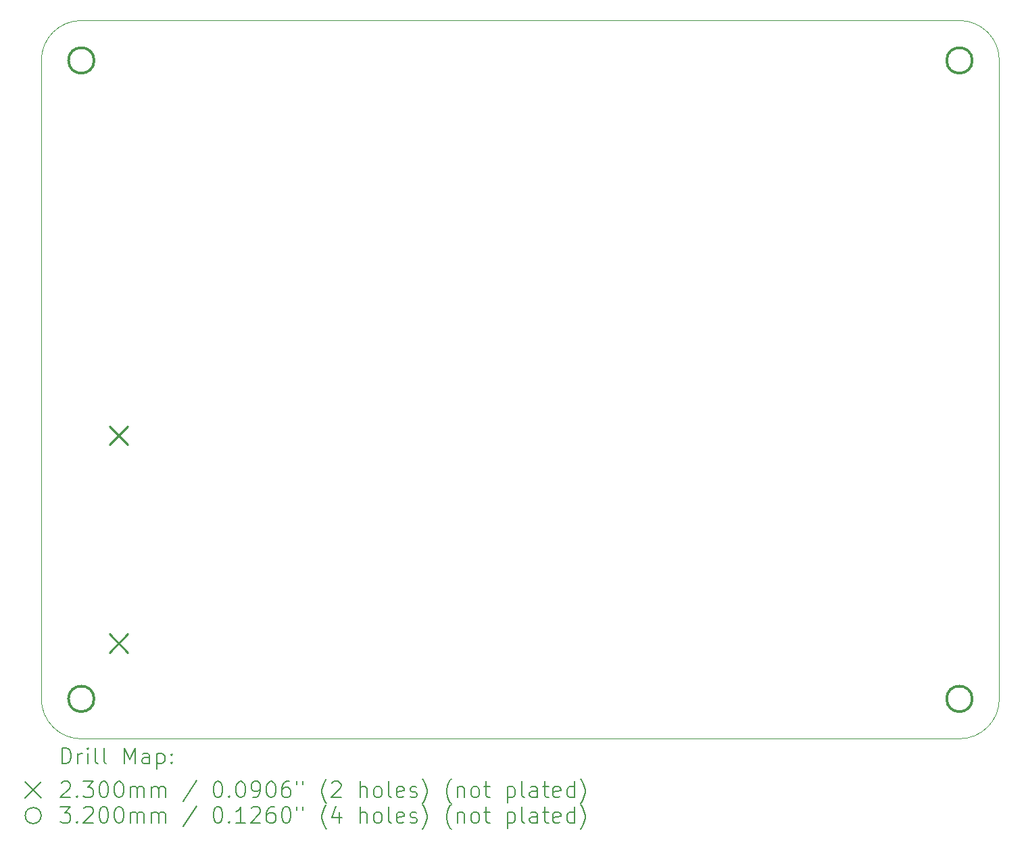
<source format=gbr>
%TF.GenerationSoftware,KiCad,Pcbnew,8.0.3*%
%TF.CreationDate,2024-07-10T23:14:37+09:00*%
%TF.ProjectId,power_24V,706f7765-725f-4323-9456-2e6b69636164,rev?*%
%TF.SameCoordinates,PX5d967f0PY416e000*%
%TF.FileFunction,Drillmap*%
%TF.FilePolarity,Positive*%
%FSLAX45Y45*%
G04 Gerber Fmt 4.5, Leading zero omitted, Abs format (unit mm)*
G04 Created by KiCad (PCBNEW 8.0.3) date 2024-07-10 23:14:37*
%MOMM*%
%LPD*%
G01*
G04 APERTURE LIST*
%ADD10C,0.050000*%
%ADD11C,0.200000*%
%ADD12C,0.230000*%
%ADD13C,0.320000*%
G04 APERTURE END LIST*
D10*
X0Y-500000D02*
X0Y-8500000D01*
X11500000Y0D02*
X500000Y0D01*
X12000000Y-8500000D02*
X12000000Y-500000D01*
X11500000Y-9000000D02*
X500000Y-9000000D01*
X12000000Y-8500000D02*
G75*
G02*
X11500000Y-9000000I-500000J0D01*
G01*
X500000Y-9000000D02*
G75*
G02*
X0Y-8500000I0J500000D01*
G01*
X11500000Y0D02*
G75*
G02*
X12000000Y-500000I0J-500000D01*
G01*
X0Y-500000D02*
G75*
G02*
X500000Y0I500000J0D01*
G01*
D11*
D12*
X850200Y-5087400D02*
X1080200Y-5317400D01*
X1080200Y-5087400D02*
X850200Y-5317400D01*
X850200Y-7687400D02*
X1080200Y-7917400D01*
X1080200Y-7687400D02*
X850200Y-7917400D01*
D13*
X660000Y-500000D02*
G75*
G02*
X340000Y-500000I-160000J0D01*
G01*
X340000Y-500000D02*
G75*
G02*
X660000Y-500000I160000J0D01*
G01*
X660000Y-8500000D02*
G75*
G02*
X340000Y-8500000I-160000J0D01*
G01*
X340000Y-8500000D02*
G75*
G02*
X660000Y-8500000I160000J0D01*
G01*
X11660000Y-500000D02*
G75*
G02*
X11340000Y-500000I-160000J0D01*
G01*
X11340000Y-500000D02*
G75*
G02*
X11660000Y-500000I160000J0D01*
G01*
X11660000Y-8500000D02*
G75*
G02*
X11340000Y-8500000I-160000J0D01*
G01*
X11340000Y-8500000D02*
G75*
G02*
X11660000Y-8500000I160000J0D01*
G01*
D11*
X258277Y-9313984D02*
X258277Y-9113984D01*
X258277Y-9113984D02*
X305896Y-9113984D01*
X305896Y-9113984D02*
X334467Y-9123508D01*
X334467Y-9123508D02*
X353515Y-9142555D01*
X353515Y-9142555D02*
X363039Y-9161603D01*
X363039Y-9161603D02*
X372562Y-9199698D01*
X372562Y-9199698D02*
X372562Y-9228270D01*
X372562Y-9228270D02*
X363039Y-9266365D01*
X363039Y-9266365D02*
X353515Y-9285412D01*
X353515Y-9285412D02*
X334467Y-9304460D01*
X334467Y-9304460D02*
X305896Y-9313984D01*
X305896Y-9313984D02*
X258277Y-9313984D01*
X458277Y-9313984D02*
X458277Y-9180650D01*
X458277Y-9218746D02*
X467801Y-9199698D01*
X467801Y-9199698D02*
X477324Y-9190174D01*
X477324Y-9190174D02*
X496372Y-9180650D01*
X496372Y-9180650D02*
X515420Y-9180650D01*
X582086Y-9313984D02*
X582086Y-9180650D01*
X582086Y-9113984D02*
X572563Y-9123508D01*
X572563Y-9123508D02*
X582086Y-9133031D01*
X582086Y-9133031D02*
X591610Y-9123508D01*
X591610Y-9123508D02*
X582086Y-9113984D01*
X582086Y-9113984D02*
X582086Y-9133031D01*
X705896Y-9313984D02*
X686848Y-9304460D01*
X686848Y-9304460D02*
X677324Y-9285412D01*
X677324Y-9285412D02*
X677324Y-9113984D01*
X810658Y-9313984D02*
X791610Y-9304460D01*
X791610Y-9304460D02*
X782086Y-9285412D01*
X782086Y-9285412D02*
X782086Y-9113984D01*
X1039229Y-9313984D02*
X1039229Y-9113984D01*
X1039229Y-9113984D02*
X1105896Y-9256841D01*
X1105896Y-9256841D02*
X1172563Y-9113984D01*
X1172563Y-9113984D02*
X1172563Y-9313984D01*
X1353515Y-9313984D02*
X1353515Y-9209222D01*
X1353515Y-9209222D02*
X1343991Y-9190174D01*
X1343991Y-9190174D02*
X1324944Y-9180650D01*
X1324944Y-9180650D02*
X1286848Y-9180650D01*
X1286848Y-9180650D02*
X1267801Y-9190174D01*
X1353515Y-9304460D02*
X1334467Y-9313984D01*
X1334467Y-9313984D02*
X1286848Y-9313984D01*
X1286848Y-9313984D02*
X1267801Y-9304460D01*
X1267801Y-9304460D02*
X1258277Y-9285412D01*
X1258277Y-9285412D02*
X1258277Y-9266365D01*
X1258277Y-9266365D02*
X1267801Y-9247317D01*
X1267801Y-9247317D02*
X1286848Y-9237793D01*
X1286848Y-9237793D02*
X1334467Y-9237793D01*
X1334467Y-9237793D02*
X1353515Y-9228270D01*
X1448753Y-9180650D02*
X1448753Y-9380650D01*
X1448753Y-9190174D02*
X1467801Y-9180650D01*
X1467801Y-9180650D02*
X1505896Y-9180650D01*
X1505896Y-9180650D02*
X1524943Y-9190174D01*
X1524943Y-9190174D02*
X1534467Y-9199698D01*
X1534467Y-9199698D02*
X1543991Y-9218746D01*
X1543991Y-9218746D02*
X1543991Y-9275889D01*
X1543991Y-9275889D02*
X1534467Y-9294936D01*
X1534467Y-9294936D02*
X1524943Y-9304460D01*
X1524943Y-9304460D02*
X1505896Y-9313984D01*
X1505896Y-9313984D02*
X1467801Y-9313984D01*
X1467801Y-9313984D02*
X1448753Y-9304460D01*
X1629705Y-9294936D02*
X1639229Y-9304460D01*
X1639229Y-9304460D02*
X1629705Y-9313984D01*
X1629705Y-9313984D02*
X1620182Y-9304460D01*
X1620182Y-9304460D02*
X1629705Y-9294936D01*
X1629705Y-9294936D02*
X1629705Y-9313984D01*
X1629705Y-9190174D02*
X1639229Y-9199698D01*
X1639229Y-9199698D02*
X1629705Y-9209222D01*
X1629705Y-9209222D02*
X1620182Y-9199698D01*
X1620182Y-9199698D02*
X1629705Y-9190174D01*
X1629705Y-9190174D02*
X1629705Y-9209222D01*
X-202500Y-9542500D02*
X-2500Y-9742500D01*
X-2500Y-9542500D02*
X-202500Y-9742500D01*
X248753Y-9553031D02*
X258277Y-9543508D01*
X258277Y-9543508D02*
X277324Y-9533984D01*
X277324Y-9533984D02*
X324944Y-9533984D01*
X324944Y-9533984D02*
X343991Y-9543508D01*
X343991Y-9543508D02*
X353515Y-9553031D01*
X353515Y-9553031D02*
X363039Y-9572079D01*
X363039Y-9572079D02*
X363039Y-9591127D01*
X363039Y-9591127D02*
X353515Y-9619698D01*
X353515Y-9619698D02*
X239229Y-9733984D01*
X239229Y-9733984D02*
X363039Y-9733984D01*
X448753Y-9714936D02*
X458277Y-9724460D01*
X458277Y-9724460D02*
X448753Y-9733984D01*
X448753Y-9733984D02*
X439229Y-9724460D01*
X439229Y-9724460D02*
X448753Y-9714936D01*
X448753Y-9714936D02*
X448753Y-9733984D01*
X524944Y-9533984D02*
X648753Y-9533984D01*
X648753Y-9533984D02*
X582086Y-9610174D01*
X582086Y-9610174D02*
X610658Y-9610174D01*
X610658Y-9610174D02*
X629705Y-9619698D01*
X629705Y-9619698D02*
X639229Y-9629222D01*
X639229Y-9629222D02*
X648753Y-9648270D01*
X648753Y-9648270D02*
X648753Y-9695889D01*
X648753Y-9695889D02*
X639229Y-9714936D01*
X639229Y-9714936D02*
X629705Y-9724460D01*
X629705Y-9724460D02*
X610658Y-9733984D01*
X610658Y-9733984D02*
X553515Y-9733984D01*
X553515Y-9733984D02*
X534467Y-9724460D01*
X534467Y-9724460D02*
X524944Y-9714936D01*
X772562Y-9533984D02*
X791610Y-9533984D01*
X791610Y-9533984D02*
X810658Y-9543508D01*
X810658Y-9543508D02*
X820182Y-9553031D01*
X820182Y-9553031D02*
X829705Y-9572079D01*
X829705Y-9572079D02*
X839229Y-9610174D01*
X839229Y-9610174D02*
X839229Y-9657793D01*
X839229Y-9657793D02*
X829705Y-9695889D01*
X829705Y-9695889D02*
X820182Y-9714936D01*
X820182Y-9714936D02*
X810658Y-9724460D01*
X810658Y-9724460D02*
X791610Y-9733984D01*
X791610Y-9733984D02*
X772562Y-9733984D01*
X772562Y-9733984D02*
X753515Y-9724460D01*
X753515Y-9724460D02*
X743991Y-9714936D01*
X743991Y-9714936D02*
X734467Y-9695889D01*
X734467Y-9695889D02*
X724943Y-9657793D01*
X724943Y-9657793D02*
X724943Y-9610174D01*
X724943Y-9610174D02*
X734467Y-9572079D01*
X734467Y-9572079D02*
X743991Y-9553031D01*
X743991Y-9553031D02*
X753515Y-9543508D01*
X753515Y-9543508D02*
X772562Y-9533984D01*
X963039Y-9533984D02*
X982086Y-9533984D01*
X982086Y-9533984D02*
X1001134Y-9543508D01*
X1001134Y-9543508D02*
X1010658Y-9553031D01*
X1010658Y-9553031D02*
X1020182Y-9572079D01*
X1020182Y-9572079D02*
X1029705Y-9610174D01*
X1029705Y-9610174D02*
X1029705Y-9657793D01*
X1029705Y-9657793D02*
X1020182Y-9695889D01*
X1020182Y-9695889D02*
X1010658Y-9714936D01*
X1010658Y-9714936D02*
X1001134Y-9724460D01*
X1001134Y-9724460D02*
X982086Y-9733984D01*
X982086Y-9733984D02*
X963039Y-9733984D01*
X963039Y-9733984D02*
X943991Y-9724460D01*
X943991Y-9724460D02*
X934467Y-9714936D01*
X934467Y-9714936D02*
X924943Y-9695889D01*
X924943Y-9695889D02*
X915420Y-9657793D01*
X915420Y-9657793D02*
X915420Y-9610174D01*
X915420Y-9610174D02*
X924943Y-9572079D01*
X924943Y-9572079D02*
X934467Y-9553031D01*
X934467Y-9553031D02*
X943991Y-9543508D01*
X943991Y-9543508D02*
X963039Y-9533984D01*
X1115420Y-9733984D02*
X1115420Y-9600650D01*
X1115420Y-9619698D02*
X1124944Y-9610174D01*
X1124944Y-9610174D02*
X1143991Y-9600650D01*
X1143991Y-9600650D02*
X1172563Y-9600650D01*
X1172563Y-9600650D02*
X1191610Y-9610174D01*
X1191610Y-9610174D02*
X1201134Y-9629222D01*
X1201134Y-9629222D02*
X1201134Y-9733984D01*
X1201134Y-9629222D02*
X1210658Y-9610174D01*
X1210658Y-9610174D02*
X1229705Y-9600650D01*
X1229705Y-9600650D02*
X1258277Y-9600650D01*
X1258277Y-9600650D02*
X1277325Y-9610174D01*
X1277325Y-9610174D02*
X1286848Y-9629222D01*
X1286848Y-9629222D02*
X1286848Y-9733984D01*
X1382086Y-9733984D02*
X1382086Y-9600650D01*
X1382086Y-9619698D02*
X1391610Y-9610174D01*
X1391610Y-9610174D02*
X1410658Y-9600650D01*
X1410658Y-9600650D02*
X1439229Y-9600650D01*
X1439229Y-9600650D02*
X1458277Y-9610174D01*
X1458277Y-9610174D02*
X1467801Y-9629222D01*
X1467801Y-9629222D02*
X1467801Y-9733984D01*
X1467801Y-9629222D02*
X1477324Y-9610174D01*
X1477324Y-9610174D02*
X1496372Y-9600650D01*
X1496372Y-9600650D02*
X1524943Y-9600650D01*
X1524943Y-9600650D02*
X1543991Y-9610174D01*
X1543991Y-9610174D02*
X1553515Y-9629222D01*
X1553515Y-9629222D02*
X1553515Y-9733984D01*
X1943991Y-9524460D02*
X1772563Y-9781603D01*
X2201134Y-9533984D02*
X2220182Y-9533984D01*
X2220182Y-9533984D02*
X2239229Y-9543508D01*
X2239229Y-9543508D02*
X2248753Y-9553031D01*
X2248753Y-9553031D02*
X2258277Y-9572079D01*
X2258277Y-9572079D02*
X2267801Y-9610174D01*
X2267801Y-9610174D02*
X2267801Y-9657793D01*
X2267801Y-9657793D02*
X2258277Y-9695889D01*
X2258277Y-9695889D02*
X2248753Y-9714936D01*
X2248753Y-9714936D02*
X2239229Y-9724460D01*
X2239229Y-9724460D02*
X2220182Y-9733984D01*
X2220182Y-9733984D02*
X2201134Y-9733984D01*
X2201134Y-9733984D02*
X2182087Y-9724460D01*
X2182087Y-9724460D02*
X2172563Y-9714936D01*
X2172563Y-9714936D02*
X2163039Y-9695889D01*
X2163039Y-9695889D02*
X2153515Y-9657793D01*
X2153515Y-9657793D02*
X2153515Y-9610174D01*
X2153515Y-9610174D02*
X2163039Y-9572079D01*
X2163039Y-9572079D02*
X2172563Y-9553031D01*
X2172563Y-9553031D02*
X2182087Y-9543508D01*
X2182087Y-9543508D02*
X2201134Y-9533984D01*
X2353515Y-9714936D02*
X2363039Y-9724460D01*
X2363039Y-9724460D02*
X2353515Y-9733984D01*
X2353515Y-9733984D02*
X2343991Y-9724460D01*
X2343991Y-9724460D02*
X2353515Y-9714936D01*
X2353515Y-9714936D02*
X2353515Y-9733984D01*
X2486848Y-9533984D02*
X2505896Y-9533984D01*
X2505896Y-9533984D02*
X2524944Y-9543508D01*
X2524944Y-9543508D02*
X2534468Y-9553031D01*
X2534468Y-9553031D02*
X2543991Y-9572079D01*
X2543991Y-9572079D02*
X2553515Y-9610174D01*
X2553515Y-9610174D02*
X2553515Y-9657793D01*
X2553515Y-9657793D02*
X2543991Y-9695889D01*
X2543991Y-9695889D02*
X2534468Y-9714936D01*
X2534468Y-9714936D02*
X2524944Y-9724460D01*
X2524944Y-9724460D02*
X2505896Y-9733984D01*
X2505896Y-9733984D02*
X2486848Y-9733984D01*
X2486848Y-9733984D02*
X2467801Y-9724460D01*
X2467801Y-9724460D02*
X2458277Y-9714936D01*
X2458277Y-9714936D02*
X2448753Y-9695889D01*
X2448753Y-9695889D02*
X2439229Y-9657793D01*
X2439229Y-9657793D02*
X2439229Y-9610174D01*
X2439229Y-9610174D02*
X2448753Y-9572079D01*
X2448753Y-9572079D02*
X2458277Y-9553031D01*
X2458277Y-9553031D02*
X2467801Y-9543508D01*
X2467801Y-9543508D02*
X2486848Y-9533984D01*
X2648753Y-9733984D02*
X2686848Y-9733984D01*
X2686848Y-9733984D02*
X2705896Y-9724460D01*
X2705896Y-9724460D02*
X2715420Y-9714936D01*
X2715420Y-9714936D02*
X2734468Y-9686365D01*
X2734468Y-9686365D02*
X2743991Y-9648270D01*
X2743991Y-9648270D02*
X2743991Y-9572079D01*
X2743991Y-9572079D02*
X2734468Y-9553031D01*
X2734468Y-9553031D02*
X2724944Y-9543508D01*
X2724944Y-9543508D02*
X2705896Y-9533984D01*
X2705896Y-9533984D02*
X2667801Y-9533984D01*
X2667801Y-9533984D02*
X2648753Y-9543508D01*
X2648753Y-9543508D02*
X2639229Y-9553031D01*
X2639229Y-9553031D02*
X2629706Y-9572079D01*
X2629706Y-9572079D02*
X2629706Y-9619698D01*
X2629706Y-9619698D02*
X2639229Y-9638746D01*
X2639229Y-9638746D02*
X2648753Y-9648270D01*
X2648753Y-9648270D02*
X2667801Y-9657793D01*
X2667801Y-9657793D02*
X2705896Y-9657793D01*
X2705896Y-9657793D02*
X2724944Y-9648270D01*
X2724944Y-9648270D02*
X2734468Y-9638746D01*
X2734468Y-9638746D02*
X2743991Y-9619698D01*
X2867801Y-9533984D02*
X2886848Y-9533984D01*
X2886848Y-9533984D02*
X2905896Y-9543508D01*
X2905896Y-9543508D02*
X2915420Y-9553031D01*
X2915420Y-9553031D02*
X2924944Y-9572079D01*
X2924944Y-9572079D02*
X2934467Y-9610174D01*
X2934467Y-9610174D02*
X2934467Y-9657793D01*
X2934467Y-9657793D02*
X2924944Y-9695889D01*
X2924944Y-9695889D02*
X2915420Y-9714936D01*
X2915420Y-9714936D02*
X2905896Y-9724460D01*
X2905896Y-9724460D02*
X2886848Y-9733984D01*
X2886848Y-9733984D02*
X2867801Y-9733984D01*
X2867801Y-9733984D02*
X2848753Y-9724460D01*
X2848753Y-9724460D02*
X2839229Y-9714936D01*
X2839229Y-9714936D02*
X2829706Y-9695889D01*
X2829706Y-9695889D02*
X2820182Y-9657793D01*
X2820182Y-9657793D02*
X2820182Y-9610174D01*
X2820182Y-9610174D02*
X2829706Y-9572079D01*
X2829706Y-9572079D02*
X2839229Y-9553031D01*
X2839229Y-9553031D02*
X2848753Y-9543508D01*
X2848753Y-9543508D02*
X2867801Y-9533984D01*
X3105896Y-9533984D02*
X3067801Y-9533984D01*
X3067801Y-9533984D02*
X3048753Y-9543508D01*
X3048753Y-9543508D02*
X3039229Y-9553031D01*
X3039229Y-9553031D02*
X3020182Y-9581603D01*
X3020182Y-9581603D02*
X3010658Y-9619698D01*
X3010658Y-9619698D02*
X3010658Y-9695889D01*
X3010658Y-9695889D02*
X3020182Y-9714936D01*
X3020182Y-9714936D02*
X3029706Y-9724460D01*
X3029706Y-9724460D02*
X3048753Y-9733984D01*
X3048753Y-9733984D02*
X3086848Y-9733984D01*
X3086848Y-9733984D02*
X3105896Y-9724460D01*
X3105896Y-9724460D02*
X3115420Y-9714936D01*
X3115420Y-9714936D02*
X3124944Y-9695889D01*
X3124944Y-9695889D02*
X3124944Y-9648270D01*
X3124944Y-9648270D02*
X3115420Y-9629222D01*
X3115420Y-9629222D02*
X3105896Y-9619698D01*
X3105896Y-9619698D02*
X3086848Y-9610174D01*
X3086848Y-9610174D02*
X3048753Y-9610174D01*
X3048753Y-9610174D02*
X3029706Y-9619698D01*
X3029706Y-9619698D02*
X3020182Y-9629222D01*
X3020182Y-9629222D02*
X3010658Y-9648270D01*
X3201134Y-9533984D02*
X3201134Y-9572079D01*
X3277325Y-9533984D02*
X3277325Y-9572079D01*
X3572563Y-9810174D02*
X3563039Y-9800650D01*
X3563039Y-9800650D02*
X3543991Y-9772079D01*
X3543991Y-9772079D02*
X3534468Y-9753031D01*
X3534468Y-9753031D02*
X3524944Y-9724460D01*
X3524944Y-9724460D02*
X3515420Y-9676841D01*
X3515420Y-9676841D02*
X3515420Y-9638746D01*
X3515420Y-9638746D02*
X3524944Y-9591127D01*
X3524944Y-9591127D02*
X3534468Y-9562555D01*
X3534468Y-9562555D02*
X3543991Y-9543508D01*
X3543991Y-9543508D02*
X3563039Y-9514936D01*
X3563039Y-9514936D02*
X3572563Y-9505412D01*
X3639229Y-9553031D02*
X3648753Y-9543508D01*
X3648753Y-9543508D02*
X3667801Y-9533984D01*
X3667801Y-9533984D02*
X3715420Y-9533984D01*
X3715420Y-9533984D02*
X3734468Y-9543508D01*
X3734468Y-9543508D02*
X3743991Y-9553031D01*
X3743991Y-9553031D02*
X3753515Y-9572079D01*
X3753515Y-9572079D02*
X3753515Y-9591127D01*
X3753515Y-9591127D02*
X3743991Y-9619698D01*
X3743991Y-9619698D02*
X3629706Y-9733984D01*
X3629706Y-9733984D02*
X3753515Y-9733984D01*
X3991610Y-9733984D02*
X3991610Y-9533984D01*
X4077325Y-9733984D02*
X4077325Y-9629222D01*
X4077325Y-9629222D02*
X4067801Y-9610174D01*
X4067801Y-9610174D02*
X4048753Y-9600650D01*
X4048753Y-9600650D02*
X4020182Y-9600650D01*
X4020182Y-9600650D02*
X4001134Y-9610174D01*
X4001134Y-9610174D02*
X3991610Y-9619698D01*
X4201134Y-9733984D02*
X4182087Y-9724460D01*
X4182087Y-9724460D02*
X4172563Y-9714936D01*
X4172563Y-9714936D02*
X4163039Y-9695889D01*
X4163039Y-9695889D02*
X4163039Y-9638746D01*
X4163039Y-9638746D02*
X4172563Y-9619698D01*
X4172563Y-9619698D02*
X4182087Y-9610174D01*
X4182087Y-9610174D02*
X4201134Y-9600650D01*
X4201134Y-9600650D02*
X4229706Y-9600650D01*
X4229706Y-9600650D02*
X4248753Y-9610174D01*
X4248753Y-9610174D02*
X4258277Y-9619698D01*
X4258277Y-9619698D02*
X4267801Y-9638746D01*
X4267801Y-9638746D02*
X4267801Y-9695889D01*
X4267801Y-9695889D02*
X4258277Y-9714936D01*
X4258277Y-9714936D02*
X4248753Y-9724460D01*
X4248753Y-9724460D02*
X4229706Y-9733984D01*
X4229706Y-9733984D02*
X4201134Y-9733984D01*
X4382087Y-9733984D02*
X4363039Y-9724460D01*
X4363039Y-9724460D02*
X4353515Y-9705412D01*
X4353515Y-9705412D02*
X4353515Y-9533984D01*
X4534468Y-9724460D02*
X4515420Y-9733984D01*
X4515420Y-9733984D02*
X4477325Y-9733984D01*
X4477325Y-9733984D02*
X4458277Y-9724460D01*
X4458277Y-9724460D02*
X4448753Y-9705412D01*
X4448753Y-9705412D02*
X4448753Y-9629222D01*
X4448753Y-9629222D02*
X4458277Y-9610174D01*
X4458277Y-9610174D02*
X4477325Y-9600650D01*
X4477325Y-9600650D02*
X4515420Y-9600650D01*
X4515420Y-9600650D02*
X4534468Y-9610174D01*
X4534468Y-9610174D02*
X4543992Y-9629222D01*
X4543992Y-9629222D02*
X4543992Y-9648270D01*
X4543992Y-9648270D02*
X4448753Y-9667317D01*
X4620182Y-9724460D02*
X4639230Y-9733984D01*
X4639230Y-9733984D02*
X4677325Y-9733984D01*
X4677325Y-9733984D02*
X4696373Y-9724460D01*
X4696373Y-9724460D02*
X4705896Y-9705412D01*
X4705896Y-9705412D02*
X4705896Y-9695889D01*
X4705896Y-9695889D02*
X4696373Y-9676841D01*
X4696373Y-9676841D02*
X4677325Y-9667317D01*
X4677325Y-9667317D02*
X4648753Y-9667317D01*
X4648753Y-9667317D02*
X4629706Y-9657793D01*
X4629706Y-9657793D02*
X4620182Y-9638746D01*
X4620182Y-9638746D02*
X4620182Y-9629222D01*
X4620182Y-9629222D02*
X4629706Y-9610174D01*
X4629706Y-9610174D02*
X4648753Y-9600650D01*
X4648753Y-9600650D02*
X4677325Y-9600650D01*
X4677325Y-9600650D02*
X4696373Y-9610174D01*
X4772563Y-9810174D02*
X4782087Y-9800650D01*
X4782087Y-9800650D02*
X4801134Y-9772079D01*
X4801134Y-9772079D02*
X4810658Y-9753031D01*
X4810658Y-9753031D02*
X4820182Y-9724460D01*
X4820182Y-9724460D02*
X4829706Y-9676841D01*
X4829706Y-9676841D02*
X4829706Y-9638746D01*
X4829706Y-9638746D02*
X4820182Y-9591127D01*
X4820182Y-9591127D02*
X4810658Y-9562555D01*
X4810658Y-9562555D02*
X4801134Y-9543508D01*
X4801134Y-9543508D02*
X4782087Y-9514936D01*
X4782087Y-9514936D02*
X4772563Y-9505412D01*
X5134468Y-9810174D02*
X5124944Y-9800650D01*
X5124944Y-9800650D02*
X5105896Y-9772079D01*
X5105896Y-9772079D02*
X5096373Y-9753031D01*
X5096373Y-9753031D02*
X5086849Y-9724460D01*
X5086849Y-9724460D02*
X5077325Y-9676841D01*
X5077325Y-9676841D02*
X5077325Y-9638746D01*
X5077325Y-9638746D02*
X5086849Y-9591127D01*
X5086849Y-9591127D02*
X5096373Y-9562555D01*
X5096373Y-9562555D02*
X5105896Y-9543508D01*
X5105896Y-9543508D02*
X5124944Y-9514936D01*
X5124944Y-9514936D02*
X5134468Y-9505412D01*
X5210658Y-9600650D02*
X5210658Y-9733984D01*
X5210658Y-9619698D02*
X5220182Y-9610174D01*
X5220182Y-9610174D02*
X5239230Y-9600650D01*
X5239230Y-9600650D02*
X5267801Y-9600650D01*
X5267801Y-9600650D02*
X5286849Y-9610174D01*
X5286849Y-9610174D02*
X5296373Y-9629222D01*
X5296373Y-9629222D02*
X5296373Y-9733984D01*
X5420182Y-9733984D02*
X5401134Y-9724460D01*
X5401134Y-9724460D02*
X5391611Y-9714936D01*
X5391611Y-9714936D02*
X5382087Y-9695889D01*
X5382087Y-9695889D02*
X5382087Y-9638746D01*
X5382087Y-9638746D02*
X5391611Y-9619698D01*
X5391611Y-9619698D02*
X5401134Y-9610174D01*
X5401134Y-9610174D02*
X5420182Y-9600650D01*
X5420182Y-9600650D02*
X5448754Y-9600650D01*
X5448754Y-9600650D02*
X5467801Y-9610174D01*
X5467801Y-9610174D02*
X5477325Y-9619698D01*
X5477325Y-9619698D02*
X5486849Y-9638746D01*
X5486849Y-9638746D02*
X5486849Y-9695889D01*
X5486849Y-9695889D02*
X5477325Y-9714936D01*
X5477325Y-9714936D02*
X5467801Y-9724460D01*
X5467801Y-9724460D02*
X5448754Y-9733984D01*
X5448754Y-9733984D02*
X5420182Y-9733984D01*
X5543992Y-9600650D02*
X5620182Y-9600650D01*
X5572563Y-9533984D02*
X5572563Y-9705412D01*
X5572563Y-9705412D02*
X5582087Y-9724460D01*
X5582087Y-9724460D02*
X5601134Y-9733984D01*
X5601134Y-9733984D02*
X5620182Y-9733984D01*
X5839230Y-9600650D02*
X5839230Y-9800650D01*
X5839230Y-9610174D02*
X5858277Y-9600650D01*
X5858277Y-9600650D02*
X5896373Y-9600650D01*
X5896373Y-9600650D02*
X5915420Y-9610174D01*
X5915420Y-9610174D02*
X5924944Y-9619698D01*
X5924944Y-9619698D02*
X5934468Y-9638746D01*
X5934468Y-9638746D02*
X5934468Y-9695889D01*
X5934468Y-9695889D02*
X5924944Y-9714936D01*
X5924944Y-9714936D02*
X5915420Y-9724460D01*
X5915420Y-9724460D02*
X5896373Y-9733984D01*
X5896373Y-9733984D02*
X5858277Y-9733984D01*
X5858277Y-9733984D02*
X5839230Y-9724460D01*
X6048753Y-9733984D02*
X6029706Y-9724460D01*
X6029706Y-9724460D02*
X6020182Y-9705412D01*
X6020182Y-9705412D02*
X6020182Y-9533984D01*
X6210658Y-9733984D02*
X6210658Y-9629222D01*
X6210658Y-9629222D02*
X6201134Y-9610174D01*
X6201134Y-9610174D02*
X6182087Y-9600650D01*
X6182087Y-9600650D02*
X6143992Y-9600650D01*
X6143992Y-9600650D02*
X6124944Y-9610174D01*
X6210658Y-9724460D02*
X6191611Y-9733984D01*
X6191611Y-9733984D02*
X6143992Y-9733984D01*
X6143992Y-9733984D02*
X6124944Y-9724460D01*
X6124944Y-9724460D02*
X6115420Y-9705412D01*
X6115420Y-9705412D02*
X6115420Y-9686365D01*
X6115420Y-9686365D02*
X6124944Y-9667317D01*
X6124944Y-9667317D02*
X6143992Y-9657793D01*
X6143992Y-9657793D02*
X6191611Y-9657793D01*
X6191611Y-9657793D02*
X6210658Y-9648270D01*
X6277325Y-9600650D02*
X6353515Y-9600650D01*
X6305896Y-9533984D02*
X6305896Y-9705412D01*
X6305896Y-9705412D02*
X6315420Y-9724460D01*
X6315420Y-9724460D02*
X6334468Y-9733984D01*
X6334468Y-9733984D02*
X6353515Y-9733984D01*
X6496373Y-9724460D02*
X6477325Y-9733984D01*
X6477325Y-9733984D02*
X6439230Y-9733984D01*
X6439230Y-9733984D02*
X6420182Y-9724460D01*
X6420182Y-9724460D02*
X6410658Y-9705412D01*
X6410658Y-9705412D02*
X6410658Y-9629222D01*
X6410658Y-9629222D02*
X6420182Y-9610174D01*
X6420182Y-9610174D02*
X6439230Y-9600650D01*
X6439230Y-9600650D02*
X6477325Y-9600650D01*
X6477325Y-9600650D02*
X6496373Y-9610174D01*
X6496373Y-9610174D02*
X6505896Y-9629222D01*
X6505896Y-9629222D02*
X6505896Y-9648270D01*
X6505896Y-9648270D02*
X6410658Y-9667317D01*
X6677325Y-9733984D02*
X6677325Y-9533984D01*
X6677325Y-9724460D02*
X6658277Y-9733984D01*
X6658277Y-9733984D02*
X6620182Y-9733984D01*
X6620182Y-9733984D02*
X6601134Y-9724460D01*
X6601134Y-9724460D02*
X6591611Y-9714936D01*
X6591611Y-9714936D02*
X6582087Y-9695889D01*
X6582087Y-9695889D02*
X6582087Y-9638746D01*
X6582087Y-9638746D02*
X6591611Y-9619698D01*
X6591611Y-9619698D02*
X6601134Y-9610174D01*
X6601134Y-9610174D02*
X6620182Y-9600650D01*
X6620182Y-9600650D02*
X6658277Y-9600650D01*
X6658277Y-9600650D02*
X6677325Y-9610174D01*
X6753515Y-9810174D02*
X6763039Y-9800650D01*
X6763039Y-9800650D02*
X6782087Y-9772079D01*
X6782087Y-9772079D02*
X6791611Y-9753031D01*
X6791611Y-9753031D02*
X6801134Y-9724460D01*
X6801134Y-9724460D02*
X6810658Y-9676841D01*
X6810658Y-9676841D02*
X6810658Y-9638746D01*
X6810658Y-9638746D02*
X6801134Y-9591127D01*
X6801134Y-9591127D02*
X6791611Y-9562555D01*
X6791611Y-9562555D02*
X6782087Y-9543508D01*
X6782087Y-9543508D02*
X6763039Y-9514936D01*
X6763039Y-9514936D02*
X6753515Y-9505412D01*
X-2500Y-9962500D02*
G75*
G02*
X-202500Y-9962500I-100000J0D01*
G01*
X-202500Y-9962500D02*
G75*
G02*
X-2500Y-9962500I100000J0D01*
G01*
X239229Y-9853984D02*
X363039Y-9853984D01*
X363039Y-9853984D02*
X296372Y-9930174D01*
X296372Y-9930174D02*
X324944Y-9930174D01*
X324944Y-9930174D02*
X343991Y-9939698D01*
X343991Y-9939698D02*
X353515Y-9949222D01*
X353515Y-9949222D02*
X363039Y-9968270D01*
X363039Y-9968270D02*
X363039Y-10015889D01*
X363039Y-10015889D02*
X353515Y-10034936D01*
X353515Y-10034936D02*
X343991Y-10044460D01*
X343991Y-10044460D02*
X324944Y-10053984D01*
X324944Y-10053984D02*
X267801Y-10053984D01*
X267801Y-10053984D02*
X248753Y-10044460D01*
X248753Y-10044460D02*
X239229Y-10034936D01*
X448753Y-10034936D02*
X458277Y-10044460D01*
X458277Y-10044460D02*
X448753Y-10053984D01*
X448753Y-10053984D02*
X439229Y-10044460D01*
X439229Y-10044460D02*
X448753Y-10034936D01*
X448753Y-10034936D02*
X448753Y-10053984D01*
X534467Y-9873031D02*
X543991Y-9863508D01*
X543991Y-9863508D02*
X563039Y-9853984D01*
X563039Y-9853984D02*
X610658Y-9853984D01*
X610658Y-9853984D02*
X629705Y-9863508D01*
X629705Y-9863508D02*
X639229Y-9873031D01*
X639229Y-9873031D02*
X648753Y-9892079D01*
X648753Y-9892079D02*
X648753Y-9911127D01*
X648753Y-9911127D02*
X639229Y-9939698D01*
X639229Y-9939698D02*
X524944Y-10053984D01*
X524944Y-10053984D02*
X648753Y-10053984D01*
X772562Y-9853984D02*
X791610Y-9853984D01*
X791610Y-9853984D02*
X810658Y-9863508D01*
X810658Y-9863508D02*
X820182Y-9873031D01*
X820182Y-9873031D02*
X829705Y-9892079D01*
X829705Y-9892079D02*
X839229Y-9930174D01*
X839229Y-9930174D02*
X839229Y-9977793D01*
X839229Y-9977793D02*
X829705Y-10015889D01*
X829705Y-10015889D02*
X820182Y-10034936D01*
X820182Y-10034936D02*
X810658Y-10044460D01*
X810658Y-10044460D02*
X791610Y-10053984D01*
X791610Y-10053984D02*
X772562Y-10053984D01*
X772562Y-10053984D02*
X753515Y-10044460D01*
X753515Y-10044460D02*
X743991Y-10034936D01*
X743991Y-10034936D02*
X734467Y-10015889D01*
X734467Y-10015889D02*
X724943Y-9977793D01*
X724943Y-9977793D02*
X724943Y-9930174D01*
X724943Y-9930174D02*
X734467Y-9892079D01*
X734467Y-9892079D02*
X743991Y-9873031D01*
X743991Y-9873031D02*
X753515Y-9863508D01*
X753515Y-9863508D02*
X772562Y-9853984D01*
X963039Y-9853984D02*
X982086Y-9853984D01*
X982086Y-9853984D02*
X1001134Y-9863508D01*
X1001134Y-9863508D02*
X1010658Y-9873031D01*
X1010658Y-9873031D02*
X1020182Y-9892079D01*
X1020182Y-9892079D02*
X1029705Y-9930174D01*
X1029705Y-9930174D02*
X1029705Y-9977793D01*
X1029705Y-9977793D02*
X1020182Y-10015889D01*
X1020182Y-10015889D02*
X1010658Y-10034936D01*
X1010658Y-10034936D02*
X1001134Y-10044460D01*
X1001134Y-10044460D02*
X982086Y-10053984D01*
X982086Y-10053984D02*
X963039Y-10053984D01*
X963039Y-10053984D02*
X943991Y-10044460D01*
X943991Y-10044460D02*
X934467Y-10034936D01*
X934467Y-10034936D02*
X924943Y-10015889D01*
X924943Y-10015889D02*
X915420Y-9977793D01*
X915420Y-9977793D02*
X915420Y-9930174D01*
X915420Y-9930174D02*
X924943Y-9892079D01*
X924943Y-9892079D02*
X934467Y-9873031D01*
X934467Y-9873031D02*
X943991Y-9863508D01*
X943991Y-9863508D02*
X963039Y-9853984D01*
X1115420Y-10053984D02*
X1115420Y-9920650D01*
X1115420Y-9939698D02*
X1124944Y-9930174D01*
X1124944Y-9930174D02*
X1143991Y-9920650D01*
X1143991Y-9920650D02*
X1172563Y-9920650D01*
X1172563Y-9920650D02*
X1191610Y-9930174D01*
X1191610Y-9930174D02*
X1201134Y-9949222D01*
X1201134Y-9949222D02*
X1201134Y-10053984D01*
X1201134Y-9949222D02*
X1210658Y-9930174D01*
X1210658Y-9930174D02*
X1229705Y-9920650D01*
X1229705Y-9920650D02*
X1258277Y-9920650D01*
X1258277Y-9920650D02*
X1277325Y-9930174D01*
X1277325Y-9930174D02*
X1286848Y-9949222D01*
X1286848Y-9949222D02*
X1286848Y-10053984D01*
X1382086Y-10053984D02*
X1382086Y-9920650D01*
X1382086Y-9939698D02*
X1391610Y-9930174D01*
X1391610Y-9930174D02*
X1410658Y-9920650D01*
X1410658Y-9920650D02*
X1439229Y-9920650D01*
X1439229Y-9920650D02*
X1458277Y-9930174D01*
X1458277Y-9930174D02*
X1467801Y-9949222D01*
X1467801Y-9949222D02*
X1467801Y-10053984D01*
X1467801Y-9949222D02*
X1477324Y-9930174D01*
X1477324Y-9930174D02*
X1496372Y-9920650D01*
X1496372Y-9920650D02*
X1524943Y-9920650D01*
X1524943Y-9920650D02*
X1543991Y-9930174D01*
X1543991Y-9930174D02*
X1553515Y-9949222D01*
X1553515Y-9949222D02*
X1553515Y-10053984D01*
X1943991Y-9844460D02*
X1772563Y-10101603D01*
X2201134Y-9853984D02*
X2220182Y-9853984D01*
X2220182Y-9853984D02*
X2239229Y-9863508D01*
X2239229Y-9863508D02*
X2248753Y-9873031D01*
X2248753Y-9873031D02*
X2258277Y-9892079D01*
X2258277Y-9892079D02*
X2267801Y-9930174D01*
X2267801Y-9930174D02*
X2267801Y-9977793D01*
X2267801Y-9977793D02*
X2258277Y-10015889D01*
X2258277Y-10015889D02*
X2248753Y-10034936D01*
X2248753Y-10034936D02*
X2239229Y-10044460D01*
X2239229Y-10044460D02*
X2220182Y-10053984D01*
X2220182Y-10053984D02*
X2201134Y-10053984D01*
X2201134Y-10053984D02*
X2182087Y-10044460D01*
X2182087Y-10044460D02*
X2172563Y-10034936D01*
X2172563Y-10034936D02*
X2163039Y-10015889D01*
X2163039Y-10015889D02*
X2153515Y-9977793D01*
X2153515Y-9977793D02*
X2153515Y-9930174D01*
X2153515Y-9930174D02*
X2163039Y-9892079D01*
X2163039Y-9892079D02*
X2172563Y-9873031D01*
X2172563Y-9873031D02*
X2182087Y-9863508D01*
X2182087Y-9863508D02*
X2201134Y-9853984D01*
X2353515Y-10034936D02*
X2363039Y-10044460D01*
X2363039Y-10044460D02*
X2353515Y-10053984D01*
X2353515Y-10053984D02*
X2343991Y-10044460D01*
X2343991Y-10044460D02*
X2353515Y-10034936D01*
X2353515Y-10034936D02*
X2353515Y-10053984D01*
X2553515Y-10053984D02*
X2439229Y-10053984D01*
X2496372Y-10053984D02*
X2496372Y-9853984D01*
X2496372Y-9853984D02*
X2477325Y-9882555D01*
X2477325Y-9882555D02*
X2458277Y-9901603D01*
X2458277Y-9901603D02*
X2439229Y-9911127D01*
X2629706Y-9873031D02*
X2639229Y-9863508D01*
X2639229Y-9863508D02*
X2658277Y-9853984D01*
X2658277Y-9853984D02*
X2705896Y-9853984D01*
X2705896Y-9853984D02*
X2724944Y-9863508D01*
X2724944Y-9863508D02*
X2734468Y-9873031D01*
X2734468Y-9873031D02*
X2743991Y-9892079D01*
X2743991Y-9892079D02*
X2743991Y-9911127D01*
X2743991Y-9911127D02*
X2734468Y-9939698D01*
X2734468Y-9939698D02*
X2620182Y-10053984D01*
X2620182Y-10053984D02*
X2743991Y-10053984D01*
X2915420Y-9853984D02*
X2877325Y-9853984D01*
X2877325Y-9853984D02*
X2858277Y-9863508D01*
X2858277Y-9863508D02*
X2848753Y-9873031D01*
X2848753Y-9873031D02*
X2829706Y-9901603D01*
X2829706Y-9901603D02*
X2820182Y-9939698D01*
X2820182Y-9939698D02*
X2820182Y-10015889D01*
X2820182Y-10015889D02*
X2829706Y-10034936D01*
X2829706Y-10034936D02*
X2839229Y-10044460D01*
X2839229Y-10044460D02*
X2858277Y-10053984D01*
X2858277Y-10053984D02*
X2896372Y-10053984D01*
X2896372Y-10053984D02*
X2915420Y-10044460D01*
X2915420Y-10044460D02*
X2924944Y-10034936D01*
X2924944Y-10034936D02*
X2934467Y-10015889D01*
X2934467Y-10015889D02*
X2934467Y-9968270D01*
X2934467Y-9968270D02*
X2924944Y-9949222D01*
X2924944Y-9949222D02*
X2915420Y-9939698D01*
X2915420Y-9939698D02*
X2896372Y-9930174D01*
X2896372Y-9930174D02*
X2858277Y-9930174D01*
X2858277Y-9930174D02*
X2839229Y-9939698D01*
X2839229Y-9939698D02*
X2829706Y-9949222D01*
X2829706Y-9949222D02*
X2820182Y-9968270D01*
X3058277Y-9853984D02*
X3077325Y-9853984D01*
X3077325Y-9853984D02*
X3096372Y-9863508D01*
X3096372Y-9863508D02*
X3105896Y-9873031D01*
X3105896Y-9873031D02*
X3115420Y-9892079D01*
X3115420Y-9892079D02*
X3124944Y-9930174D01*
X3124944Y-9930174D02*
X3124944Y-9977793D01*
X3124944Y-9977793D02*
X3115420Y-10015889D01*
X3115420Y-10015889D02*
X3105896Y-10034936D01*
X3105896Y-10034936D02*
X3096372Y-10044460D01*
X3096372Y-10044460D02*
X3077325Y-10053984D01*
X3077325Y-10053984D02*
X3058277Y-10053984D01*
X3058277Y-10053984D02*
X3039229Y-10044460D01*
X3039229Y-10044460D02*
X3029706Y-10034936D01*
X3029706Y-10034936D02*
X3020182Y-10015889D01*
X3020182Y-10015889D02*
X3010658Y-9977793D01*
X3010658Y-9977793D02*
X3010658Y-9930174D01*
X3010658Y-9930174D02*
X3020182Y-9892079D01*
X3020182Y-9892079D02*
X3029706Y-9873031D01*
X3029706Y-9873031D02*
X3039229Y-9863508D01*
X3039229Y-9863508D02*
X3058277Y-9853984D01*
X3201134Y-9853984D02*
X3201134Y-9892079D01*
X3277325Y-9853984D02*
X3277325Y-9892079D01*
X3572563Y-10130174D02*
X3563039Y-10120650D01*
X3563039Y-10120650D02*
X3543991Y-10092079D01*
X3543991Y-10092079D02*
X3534468Y-10073031D01*
X3534468Y-10073031D02*
X3524944Y-10044460D01*
X3524944Y-10044460D02*
X3515420Y-9996841D01*
X3515420Y-9996841D02*
X3515420Y-9958746D01*
X3515420Y-9958746D02*
X3524944Y-9911127D01*
X3524944Y-9911127D02*
X3534468Y-9882555D01*
X3534468Y-9882555D02*
X3543991Y-9863508D01*
X3543991Y-9863508D02*
X3563039Y-9834936D01*
X3563039Y-9834936D02*
X3572563Y-9825412D01*
X3734468Y-9920650D02*
X3734468Y-10053984D01*
X3686848Y-9844460D02*
X3639229Y-9987317D01*
X3639229Y-9987317D02*
X3763039Y-9987317D01*
X3991610Y-10053984D02*
X3991610Y-9853984D01*
X4077325Y-10053984D02*
X4077325Y-9949222D01*
X4077325Y-9949222D02*
X4067801Y-9930174D01*
X4067801Y-9930174D02*
X4048753Y-9920650D01*
X4048753Y-9920650D02*
X4020182Y-9920650D01*
X4020182Y-9920650D02*
X4001134Y-9930174D01*
X4001134Y-9930174D02*
X3991610Y-9939698D01*
X4201134Y-10053984D02*
X4182087Y-10044460D01*
X4182087Y-10044460D02*
X4172563Y-10034936D01*
X4172563Y-10034936D02*
X4163039Y-10015889D01*
X4163039Y-10015889D02*
X4163039Y-9958746D01*
X4163039Y-9958746D02*
X4172563Y-9939698D01*
X4172563Y-9939698D02*
X4182087Y-9930174D01*
X4182087Y-9930174D02*
X4201134Y-9920650D01*
X4201134Y-9920650D02*
X4229706Y-9920650D01*
X4229706Y-9920650D02*
X4248753Y-9930174D01*
X4248753Y-9930174D02*
X4258277Y-9939698D01*
X4258277Y-9939698D02*
X4267801Y-9958746D01*
X4267801Y-9958746D02*
X4267801Y-10015889D01*
X4267801Y-10015889D02*
X4258277Y-10034936D01*
X4258277Y-10034936D02*
X4248753Y-10044460D01*
X4248753Y-10044460D02*
X4229706Y-10053984D01*
X4229706Y-10053984D02*
X4201134Y-10053984D01*
X4382087Y-10053984D02*
X4363039Y-10044460D01*
X4363039Y-10044460D02*
X4353515Y-10025412D01*
X4353515Y-10025412D02*
X4353515Y-9853984D01*
X4534468Y-10044460D02*
X4515420Y-10053984D01*
X4515420Y-10053984D02*
X4477325Y-10053984D01*
X4477325Y-10053984D02*
X4458277Y-10044460D01*
X4458277Y-10044460D02*
X4448753Y-10025412D01*
X4448753Y-10025412D02*
X4448753Y-9949222D01*
X4448753Y-9949222D02*
X4458277Y-9930174D01*
X4458277Y-9930174D02*
X4477325Y-9920650D01*
X4477325Y-9920650D02*
X4515420Y-9920650D01*
X4515420Y-9920650D02*
X4534468Y-9930174D01*
X4534468Y-9930174D02*
X4543992Y-9949222D01*
X4543992Y-9949222D02*
X4543992Y-9968270D01*
X4543992Y-9968270D02*
X4448753Y-9987317D01*
X4620182Y-10044460D02*
X4639230Y-10053984D01*
X4639230Y-10053984D02*
X4677325Y-10053984D01*
X4677325Y-10053984D02*
X4696373Y-10044460D01*
X4696373Y-10044460D02*
X4705896Y-10025412D01*
X4705896Y-10025412D02*
X4705896Y-10015889D01*
X4705896Y-10015889D02*
X4696373Y-9996841D01*
X4696373Y-9996841D02*
X4677325Y-9987317D01*
X4677325Y-9987317D02*
X4648753Y-9987317D01*
X4648753Y-9987317D02*
X4629706Y-9977793D01*
X4629706Y-9977793D02*
X4620182Y-9958746D01*
X4620182Y-9958746D02*
X4620182Y-9949222D01*
X4620182Y-9949222D02*
X4629706Y-9930174D01*
X4629706Y-9930174D02*
X4648753Y-9920650D01*
X4648753Y-9920650D02*
X4677325Y-9920650D01*
X4677325Y-9920650D02*
X4696373Y-9930174D01*
X4772563Y-10130174D02*
X4782087Y-10120650D01*
X4782087Y-10120650D02*
X4801134Y-10092079D01*
X4801134Y-10092079D02*
X4810658Y-10073031D01*
X4810658Y-10073031D02*
X4820182Y-10044460D01*
X4820182Y-10044460D02*
X4829706Y-9996841D01*
X4829706Y-9996841D02*
X4829706Y-9958746D01*
X4829706Y-9958746D02*
X4820182Y-9911127D01*
X4820182Y-9911127D02*
X4810658Y-9882555D01*
X4810658Y-9882555D02*
X4801134Y-9863508D01*
X4801134Y-9863508D02*
X4782087Y-9834936D01*
X4782087Y-9834936D02*
X4772563Y-9825412D01*
X5134468Y-10130174D02*
X5124944Y-10120650D01*
X5124944Y-10120650D02*
X5105896Y-10092079D01*
X5105896Y-10092079D02*
X5096373Y-10073031D01*
X5096373Y-10073031D02*
X5086849Y-10044460D01*
X5086849Y-10044460D02*
X5077325Y-9996841D01*
X5077325Y-9996841D02*
X5077325Y-9958746D01*
X5077325Y-9958746D02*
X5086849Y-9911127D01*
X5086849Y-9911127D02*
X5096373Y-9882555D01*
X5096373Y-9882555D02*
X5105896Y-9863508D01*
X5105896Y-9863508D02*
X5124944Y-9834936D01*
X5124944Y-9834936D02*
X5134468Y-9825412D01*
X5210658Y-9920650D02*
X5210658Y-10053984D01*
X5210658Y-9939698D02*
X5220182Y-9930174D01*
X5220182Y-9930174D02*
X5239230Y-9920650D01*
X5239230Y-9920650D02*
X5267801Y-9920650D01*
X5267801Y-9920650D02*
X5286849Y-9930174D01*
X5286849Y-9930174D02*
X5296373Y-9949222D01*
X5296373Y-9949222D02*
X5296373Y-10053984D01*
X5420182Y-10053984D02*
X5401134Y-10044460D01*
X5401134Y-10044460D02*
X5391611Y-10034936D01*
X5391611Y-10034936D02*
X5382087Y-10015889D01*
X5382087Y-10015889D02*
X5382087Y-9958746D01*
X5382087Y-9958746D02*
X5391611Y-9939698D01*
X5391611Y-9939698D02*
X5401134Y-9930174D01*
X5401134Y-9930174D02*
X5420182Y-9920650D01*
X5420182Y-9920650D02*
X5448754Y-9920650D01*
X5448754Y-9920650D02*
X5467801Y-9930174D01*
X5467801Y-9930174D02*
X5477325Y-9939698D01*
X5477325Y-9939698D02*
X5486849Y-9958746D01*
X5486849Y-9958746D02*
X5486849Y-10015889D01*
X5486849Y-10015889D02*
X5477325Y-10034936D01*
X5477325Y-10034936D02*
X5467801Y-10044460D01*
X5467801Y-10044460D02*
X5448754Y-10053984D01*
X5448754Y-10053984D02*
X5420182Y-10053984D01*
X5543992Y-9920650D02*
X5620182Y-9920650D01*
X5572563Y-9853984D02*
X5572563Y-10025412D01*
X5572563Y-10025412D02*
X5582087Y-10044460D01*
X5582087Y-10044460D02*
X5601134Y-10053984D01*
X5601134Y-10053984D02*
X5620182Y-10053984D01*
X5839230Y-9920650D02*
X5839230Y-10120650D01*
X5839230Y-9930174D02*
X5858277Y-9920650D01*
X5858277Y-9920650D02*
X5896373Y-9920650D01*
X5896373Y-9920650D02*
X5915420Y-9930174D01*
X5915420Y-9930174D02*
X5924944Y-9939698D01*
X5924944Y-9939698D02*
X5934468Y-9958746D01*
X5934468Y-9958746D02*
X5934468Y-10015889D01*
X5934468Y-10015889D02*
X5924944Y-10034936D01*
X5924944Y-10034936D02*
X5915420Y-10044460D01*
X5915420Y-10044460D02*
X5896373Y-10053984D01*
X5896373Y-10053984D02*
X5858277Y-10053984D01*
X5858277Y-10053984D02*
X5839230Y-10044460D01*
X6048753Y-10053984D02*
X6029706Y-10044460D01*
X6029706Y-10044460D02*
X6020182Y-10025412D01*
X6020182Y-10025412D02*
X6020182Y-9853984D01*
X6210658Y-10053984D02*
X6210658Y-9949222D01*
X6210658Y-9949222D02*
X6201134Y-9930174D01*
X6201134Y-9930174D02*
X6182087Y-9920650D01*
X6182087Y-9920650D02*
X6143992Y-9920650D01*
X6143992Y-9920650D02*
X6124944Y-9930174D01*
X6210658Y-10044460D02*
X6191611Y-10053984D01*
X6191611Y-10053984D02*
X6143992Y-10053984D01*
X6143992Y-10053984D02*
X6124944Y-10044460D01*
X6124944Y-10044460D02*
X6115420Y-10025412D01*
X6115420Y-10025412D02*
X6115420Y-10006365D01*
X6115420Y-10006365D02*
X6124944Y-9987317D01*
X6124944Y-9987317D02*
X6143992Y-9977793D01*
X6143992Y-9977793D02*
X6191611Y-9977793D01*
X6191611Y-9977793D02*
X6210658Y-9968270D01*
X6277325Y-9920650D02*
X6353515Y-9920650D01*
X6305896Y-9853984D02*
X6305896Y-10025412D01*
X6305896Y-10025412D02*
X6315420Y-10044460D01*
X6315420Y-10044460D02*
X6334468Y-10053984D01*
X6334468Y-10053984D02*
X6353515Y-10053984D01*
X6496373Y-10044460D02*
X6477325Y-10053984D01*
X6477325Y-10053984D02*
X6439230Y-10053984D01*
X6439230Y-10053984D02*
X6420182Y-10044460D01*
X6420182Y-10044460D02*
X6410658Y-10025412D01*
X6410658Y-10025412D02*
X6410658Y-9949222D01*
X6410658Y-9949222D02*
X6420182Y-9930174D01*
X6420182Y-9930174D02*
X6439230Y-9920650D01*
X6439230Y-9920650D02*
X6477325Y-9920650D01*
X6477325Y-9920650D02*
X6496373Y-9930174D01*
X6496373Y-9930174D02*
X6505896Y-9949222D01*
X6505896Y-9949222D02*
X6505896Y-9968270D01*
X6505896Y-9968270D02*
X6410658Y-9987317D01*
X6677325Y-10053984D02*
X6677325Y-9853984D01*
X6677325Y-10044460D02*
X6658277Y-10053984D01*
X6658277Y-10053984D02*
X6620182Y-10053984D01*
X6620182Y-10053984D02*
X6601134Y-10044460D01*
X6601134Y-10044460D02*
X6591611Y-10034936D01*
X6591611Y-10034936D02*
X6582087Y-10015889D01*
X6582087Y-10015889D02*
X6582087Y-9958746D01*
X6582087Y-9958746D02*
X6591611Y-9939698D01*
X6591611Y-9939698D02*
X6601134Y-9930174D01*
X6601134Y-9930174D02*
X6620182Y-9920650D01*
X6620182Y-9920650D02*
X6658277Y-9920650D01*
X6658277Y-9920650D02*
X6677325Y-9930174D01*
X6753515Y-10130174D02*
X6763039Y-10120650D01*
X6763039Y-10120650D02*
X6782087Y-10092079D01*
X6782087Y-10092079D02*
X6791611Y-10073031D01*
X6791611Y-10073031D02*
X6801134Y-10044460D01*
X6801134Y-10044460D02*
X6810658Y-9996841D01*
X6810658Y-9996841D02*
X6810658Y-9958746D01*
X6810658Y-9958746D02*
X6801134Y-9911127D01*
X6801134Y-9911127D02*
X6791611Y-9882555D01*
X6791611Y-9882555D02*
X6782087Y-9863508D01*
X6782087Y-9863508D02*
X6763039Y-9834936D01*
X6763039Y-9834936D02*
X6753515Y-9825412D01*
M02*

</source>
